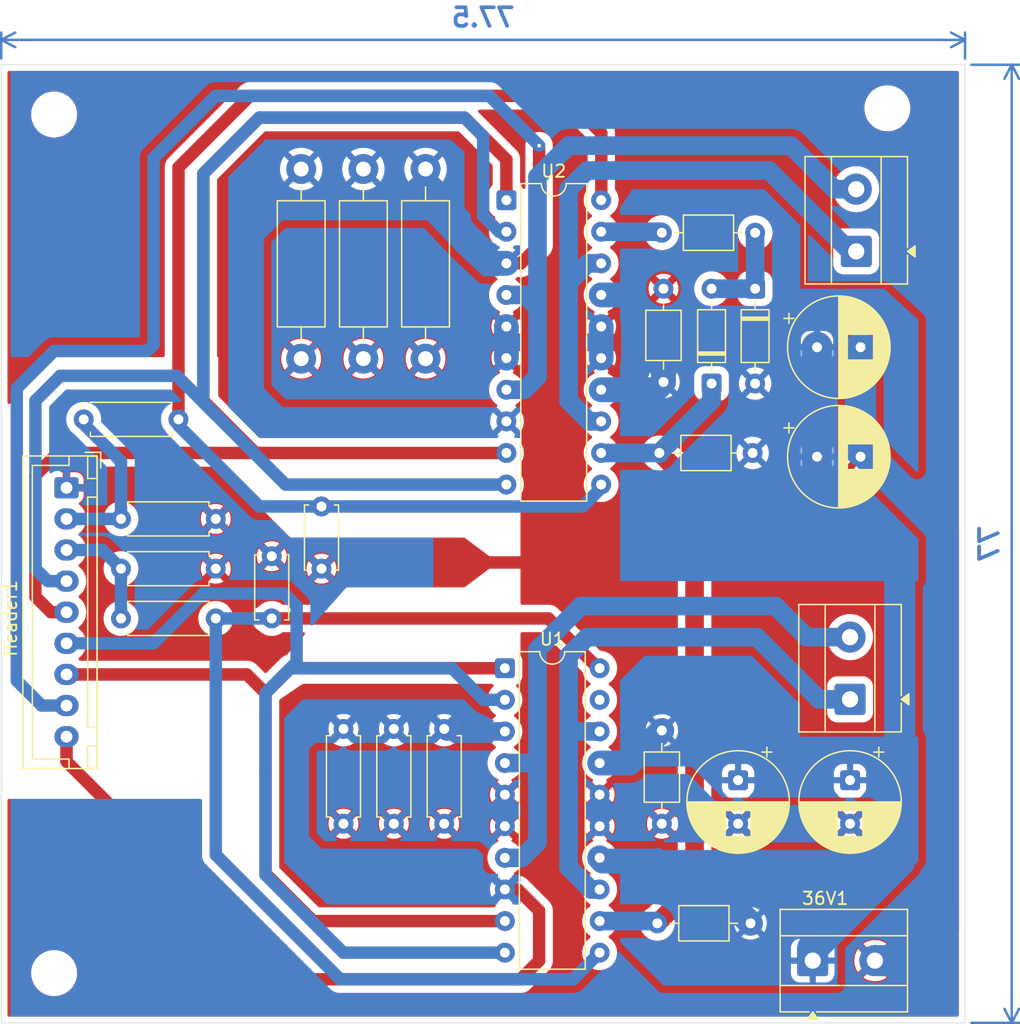
<source format=kicad_pcb>
(kicad_pcb (version 20241229) (generator "pcbnew") (generator_version "9.0")
  (layers (0 "F.Cu" signal) (2 "B.Cu" signal) (13 "F.Paste" user) (15 "B.Paste" user) (5 "F.SilkS" user "F.Silkscreen") (7 "B.SilkS" user "B.Silkscreen") (1 "F.Mask" user) (3 "B.Mask" user) (25 "Edge.Cuts" user))
  (net 0 "")
  (net 1 "36V")
  (net 2 "Net-(D1-K)")
  (net 3 "Net-(U1-ENA)")
  (net 4 "GND")
  (net 5 "Vboot")
  (net 6 "Net-(U2-ENA)")
  (net 7 "CP1")
  (net 8 "I_1EL")
  (net 9 "Net-(J2-Pin_1)")
  (net 10 "Net-(J2-Pin_2)")
  (net 11 "Net-(J3-Pin_2)")
  (net 12 "Net-(J3-Pin_1)")
  (net 13 "I_2AZ")
  (net 14 "E_EL")
  (net 15 "I_2EL")
  (net 16 "E_AZ")
  (net 17 "ISA")
  (net 18 "ISB")
  (net 19 "I_1AZ")
  (footprint "" (layer "F.Cu") (at 88 63.5)
    (property "Reference" "" (at 0 0 0) (layer "F.SilkS") (effects (font (size 1.27 1.27))))
    (property "Value" "")
    (pad "" np_thru_hole circle (at 0 0) (size 3.2 3.2) (drill 3.2) (layers "*.Cu" "*.Mask"))
  )
  (footprint "" (layer "F.Cu") (at 88 132.5)
    (property "Reference" "" (at 0 0 0) (layer "F.SilkS") (effects (font (size 1.27 1.27))))
    (property "Value" "")
    (pad "" np_thru_hole circle (at 0 0) (size 3.2 3.2) (drill 3.2) (layers "*.Cu" "*.Mask"))
  )
  (footprint "Resistor_THT:R_Axial_DIN0411_L9.9mm_D3.6mm_P15.24mm_Horizontal" (layer "F.Cu") (at 107.8675 67.88 -90)
    (property "Reference" "RS6" (hide yes))
    (property "Value" "0.27" (hide yes))
    (pad "1" thru_hole circle (at 0 0 270) (size 2.4 2.4) (drill 1.2) (layers "*.Cu" "*.Mask") (net 18 "ISB"))
    (pad "2" thru_hole circle (at 15.24 0 270) (size 2.4 2.4) (drill 1.2) (layers "*.Cu" "*.Mask") (net 4 "GND"))
  )
  (footprint "Diode_THT:D_DO-35_SOD27_P7.62mm_Horizontal" (layer "F.Cu") (at 140.8675 85.12 90)
    (property "Reference" "D2" (hide yes))
    (property "Value" "BAT85" (hide yes))
    (pad "1" thru_hole roundrect (at 0 0 90) (size 1.6 1.6) (drill 0.8) (layers "*.Cu" "*.Mask") (roundrect_rratio 0.15625) (net 5 "Vboot"))
    (pad "2" thru_hole circle (at 7.62 0 90) (size 1.6 1.6) (drill 0.8) (layers "*.Cu" "*.Mask") (net 2 "Net-(D1-K)"))
  )
  (footprint "TerminalBlock_MetzConnect:TerminalBlock_MetzConnect_Type055_RT01502HDWU_1x02_P5.00mm_Horizontal" (layer "F.Cu") (at 152.5 74.5 90)
    (property "Reference" "J3" (hide yes))
    (property "Value" "Mot_El")
    (pad "1" thru_hole roundrect (at 0 0 90) (size 2.5 2.5) (drill 1.3) (layers "*.Cu" "*.Mask") (roundrect_rratio 0.1) (net 12 "Net-(J3-Pin_1)"))
    (pad "2" thru_hole circle (at 5 0 90) (size 2.5 2.5) (drill 1.3) (layers "*.Cu" "*.Mask") (net 11 "Net-(J3-Pin_2)"))
  )
  (footprint "TerminalBlock_MetzConnect:TerminalBlock_MetzConnect_Type055_RT01502HDWU_1x02_P5.00mm_Horizontal" (layer "F.Cu") (at 152 110.5 90)
    (property "Reference" "J2" (hide yes))
    (property "Value" "Mot_Az")
    (pad "1" thru_hole roundrect (at 0 0 90) (size 2.5 2.5) (drill 1.3) (layers "*.Cu" "*.Mask") (roundrect_rratio 0.1) (net 9 "Net-(J2-Pin_1)"))
    (pad "2" thru_hole circle (at 5 0 90) (size 2.5 2.5) (drill 1.3) (layers "*.Cu" "*.Mask") (net 10 "Net-(J2-Pin_2)"))
  )
  (footprint "Capacitor_THT:C_Disc_D5.0mm_W2.5mm_P5.00mm" (layer "F.Cu") (at 109.5 95 -90)
    (property "Reference" "Ce2" (hide yes))
    (property "Value" "5.6n" (hide yes))
    (pad "1" thru_hole circle (at 0 0 270) (size 1.6 1.6) (drill 0.8) (layers "*.Cu" "*.Mask") (net 6 "Net-(U2-ENA)"))
    (pad "2" thru_hole circle (at 5 0 270) (size 1.6 1.6) (drill 0.8) (layers "*.Cu" "*.Mask") (net 4 "GND"))
  )
  (footprint "Resistor_THT:R_Axial_DIN0207_L6.3mm_D2.5mm_P7.62mm_Horizontal" (layer "F.Cu") (at 111.2675 112.88 -90)
    (property "Reference" "RS3" (hide yes))
    (property "Value" "1" (hide yes))
    (pad "1" thru_hole circle (at 0 0 270) (size 1.6 1.6) (drill 0.8) (layers "*.Cu" "*.Mask") (net 17 "ISA"))
    (pad "2" thru_hole circle (at 7.62 0 270) (size 1.6 1.6) (drill 0.8) (layers "*.Cu" "*.Mask") (net 4 "GND"))
  )
  (footprint "Diode_THT:D_DO-35_SOD27_P7.62mm_Horizontal" (layer "F.Cu") (at 144.3675 77.5 -90)
    (property "Reference" "D1" (hide yes))
    (property "Value" "BAT85" (hide yes))
    (pad "1" thru_hole roundrect (at 0 0 270) (size 1.6 1.6) (drill 0.8) (layers "*.Cu" "*.Mask") (roundrect_rratio 0.15625) (net 2 "Net-(D1-K)"))
    (pad "2" thru_hole circle (at 7.62 0 270) (size 1.6 1.6) (drill 0.8) (layers "*.Cu" "*.Mask") (net 1 "36V"))
  )
  (footprint "Resistor_THT:R_Axial_DIN0411_L9.9mm_D3.6mm_P15.24mm_Horizontal" (layer "F.Cu") (at 112.8675 67.88 -90)
    (property "Reference" "RS5" (hide yes))
    (property "Value" "0.27" (hide yes))
    (pad "1" thru_hole circle (at 0 0 270) (size 2.4 2.4) (drill 1.2) (layers "*.Cu" "*.Mask") (net 18 "ISB"))
    (pad "2" thru_hole circle (at 15.24 0 270) (size 2.4 2.4) (drill 1.2) (layers "*.Cu" "*.Mask") (net 4 "GND"))
  )
  (footprint "Capacitor_THT:C_Axial_L3.8mm_D2.6mm_P7.50mm_Horizontal" (layer "F.Cu") (at 136.8675 113 -90)
    (property "Reference" "C2" (hide yes))
    (property "Value" "100n" (hide yes))
    (pad "1" thru_hole circle (at 0 0 270) (size 1.6 1.6) (drill 0.8) (layers "*.Cu" "*.Mask") (net 1 "36V"))
    (pad "2" thru_hole circle (at 7.5 0 270) (size 1.6 1.6) (drill 0.8) (layers "*.Cu" "*.Mask") (net 4 "GND"))
  )
  (footprint "Capacitor_THT:CP_Radial_D8.0mm_P3.50mm" (layer "F.Cu") (at 149.347349 82.2)
    (property "Reference" "C4" (hide yes))
    (property "Value" "100uF" (hide yes))
    (pad "1" thru_hole roundrect (at 0 0) (size 1.6 1.6) (drill 0.8) (layers "*.Cu" "*.Mask") (roundrect_rratio 0.15625) (net 1 "36V"))
    (pad "2" thru_hole circle (at 3.5 0) (size 1.6 1.6) (drill 0.8) (layers "*.Cu" "*.Mask") (net 4 "GND"))
  )
  (footprint "Capacitor_THT:CP_Radial_D8.0mm_P3.50mm" (layer "F.Cu") (at 143 117 -90)
    (property "Reference" "C6" (hide yes))
    (property "Value" "100uF" (hide yes))
    (pad "1" thru_hole roundrect (at 0 0 270) (size 1.6 1.6) (drill 0.8) (layers "*.Cu" "*.Mask") (roundrect_rratio 0.15625) (net 1 "36V"))
    (pad "2" thru_hole circle (at 3.5 0 270) (size 1.6 1.6) (drill 0.8) (layers "*.Cu" "*.Mask") (net 4 "GND"))
  )
  (footprint "TerminalBlock_MetzConnect:TerminalBlock_MetzConnect_Type055_RT01502HDWU_1x02_P5.00mm_Horizontal" (layer "F.Cu") (at 149 131.5)
    (property "Reference" "36V1" (at 1 -5 0) (layer "F.SilkS"))
    (property "Value" "Vin" (hide yes))
    (pad "1" thru_hole roundrect (at 0 0) (size 2.5 2.5) (drill 1.3) (layers "*.Cu" "*.Mask") (roundrect_rratio 0.1) (net 1 "36V"))
    (pad "2" thru_hole circle (at 5 0) (size 2.5 2.5) (drill 1.3) (layers "*.Cu" "*.Mask") (net 4 "GND"))
  )
  (footprint "Capacitor_THT:CP_Radial_D8.0mm_P3.50mm" (layer "F.Cu") (at 152 117 -90)
    (property "Reference" "C1" (hide yes))
    (property "Value" "100uF" (hide yes))
    (pad "1" thru_hole roundrect (at 0 0 270) (size 1.6 1.6) (drill 0.8) (layers "*.Cu" "*.Mask") (roundrect_rratio 0.15625) (net 1 "36V"))
    (pad "2" thru_hole circle (at 3.5 0 270) (size 1.6 1.6) (drill 0.8) (layers "*.Cu" "*.Mask") (net 4 "GND"))
  )
  (footprint "Capacitor_THT:C_Axial_L3.8mm_D2.6mm_P7.50mm_Horizontal" (layer "F.Cu") (at 136.8675 73)
    (property "Reference" "Cp1" (hide yes))
    (property "Value" "33n" (hide yes))
    (pad "1" thru_hole circle (at 0 0) (size 1.6 1.6) (drill 0.8) (layers "*.Cu" "*.Mask") (net 7 "CP1"))
    (pad "2" thru_hole circle (at 7.5 0) (size 1.6 1.6) (drill 0.8) (layers "*.Cu" "*.Mask") (net 2 "Net-(D1-K)"))
  )
  (footprint "Capacitor_THT:CP_Radial_D8.0mm_P3.50mm" (layer "F.Cu") (at 149.347349 91)
    (property "Reference" "C5" (hide yes))
    (property "Value" "100uF" (hide yes))
    (pad "1" thru_hole roundrect (at 0 0) (size 1.6 1.6) (drill 0.8) (layers "*.Cu" "*.Mask") (roundrect_rratio 0.15625) (net 1 "36V"))
    (pad "2" thru_hole circle (at 3.5 0) (size 1.6 1.6) (drill 0.8) (layers "*.Cu" "*.Mask") (net 4 "GND"))
  )
  (footprint "Capacitor_THT:C_Axial_L3.8mm_D2.6mm_P7.50mm_Horizontal" (layer "F.Cu") (at 137 85 90)
    (property "Reference" "C3" (hide yes))
    (property "Value" "100n" (hide yes))
    (pad "1" thru_hole circle (at 0 0 90) (size 1.6 1.6) (drill 0.8) (layers "*.Cu" "*.Mask") (net 1 "36V"))
    (pad "2" thru_hole circle (at 7.5 0 90) (size 1.6 1.6) (drill 0.8) (layers "*.Cu" "*.Mask") (net 4 "GND"))
  )
  (footprint "Resistor_THT:R_Axial_DIN0411_L9.9mm_D3.6mm_P15.24mm_Horizontal" (layer "F.Cu") (at 117.8675 67.88 -90)
    (property "Reference" "RS4" (hide yes))
    (property "Value" "0.27" (hide yes))
    (pad "1" thru_hole circle (at 0 0 270) (size 2.4 2.4) (drill 1.2) (layers "*.Cu" "*.Mask") (net 18 "ISB"))
    (pad "2" thru_hole circle (at 15.24 0 270) (size 2.4 2.4) (drill 1.2) (layers "*.Cu" "*.Mask") (net 4 "GND"))
  )
  (footprint "Resistor_THT:R_Axial_DIN0207_L6.3mm_D2.5mm_P7.62mm_Horizontal" (layer "F.Cu") (at 101 104 180)
    (property "Reference" "Re1" (hide yes))
    (property "Value" "100k" (hide yes))
    (pad "1" thru_hole circle (at 0 0 180) (size 1.6 1.6) (drill 0.8) (layers "*.Cu" "*.Mask") (net 3 "Net-(U1-ENA)"))
    (pad "2" thru_hole circle (at 7.62 0 180) (size 1.6 1.6) (drill 0.8) (layers "*.Cu" "*.Mask") (net 16 "E_AZ"))
  )
  (footprint "Package_DIP:CERDIP-20_W7.62mm_SideBrazed" (layer "F.Cu") (at 124.2475 108)
    (property "Reference" "U1" (at 3.81 -2.33 0) (layer "F.SilkS"))
    (property "Value" "L6205N")
    (pad "1" thru_hole roundrect (at 0 0) (size 1.6 1.6) (drill 0.8) (layers "*.Cu" "*.Mask") (roundrect_rratio 0.15625) (net 19 "I_1AZ"))
    (pad "2" thru_hole circle (at 0 2.54) (size 1.6 1.6) (drill 0.8) (layers "*.Cu" "*.Mask") (net 13 "I_2AZ"))
    (pad "3" thru_hole circle (at 0 5.08) (size 1.6 1.6) (drill 0.8) (layers "*.Cu" "*.Mask") (net 17 "ISA"))
    (pad "4" thru_hole circle (at 0 7.62) (size 1.6 1.6) (drill 0.8) (layers "*.Cu" "*.Mask") (net 10 "Net-(J2-Pin_2)"))
    (pad "5" thru_hole circle (at 0 10.16) (size 1.6 1.6) (drill 0.8) (layers "*.Cu" "*.Mask") (net 4 "GND"))
    (pad "6" thru_hole circle (at 0 12.7) (size 1.6 1.6) (drill 0.8) (layers "*.Cu" "*.Mask") (net 4 "GND"))
    (pad "7" thru_hole circle (at 0 15.24) (size 1.6 1.6) (drill 0.8) (layers "*.Cu" "*.Mask") (net 10 "Net-(J2-Pin_2)"))
    (pad "8" thru_hole circle (at 0 17.78) (size 1.6 1.6) (drill 0.8) (layers "*.Cu" "*.Mask") (net 17 "ISA"))
    (pad "9" thru_hole circle (at 0 20.32) (size 1.6 1.6) (drill 0.8) (layers "*.Cu" "*.Mask") (net 19 "I_1AZ"))
    (pad "10" thru_hole circle (at 0 22.86) (size 1.6 1.6) (drill 0.8) (layers "*.Cu" "*.Mask") (net 13 "I_2AZ"))
    (pad "11" thru_hole circle (at 7.62 22.86) (size 1.6 1.6) (drill 0.8) (layers "*.Cu" "*.Mask") (net 3 "Net-(U1-ENA)"))
    (pad "12" thru_hole circle (at 7.62 20.32) (size 1.6 1.6) (drill 0.8) (layers "*.Cu" "*.Mask") (net 5 "Vboot"))
    (pad "13" thru_hole circle (at 7.62 17.78) (size 1.6 1.6) (drill 0.8) (layers "*.Cu" "*.Mask") (net 9 "Net-(J2-Pin_1)"))
    (pad "14" thru_hole circle (at 7.62 15.24) (size 1.6 1.6) (drill 0.8) (layers "*.Cu" "*.Mask") (net 1 "36V"))
    (pad "15" thru_hole circle (at 7.62 12.7) (size 1.6 1.6) (drill 0.8) (layers "*.Cu" "*.Mask") (net 4 "GND"))
    (pad "16" thru_hole circle (at 7.62 10.16) (size 1.6 1.6) (drill 0.8) (layers "*.Cu" "*.Mask") (net 4 "GND"))
    (pad "17" thru_hole circle (at 7.62 7.62) (size 1.6 1.6) (drill 0.8) (layers "*.Cu" "*.Mask") (net 1 "36V"))
    (pad "18" thru_hole circle (at 7.62 5.08) (size 1.6 1.6) (drill 0.8) (layers "*.Cu" "*.Mask") (net 9 "Net-(J2-Pin_1)"))
    (pad "19" thru_hole circle (at 7.62 2.54) (size 1.6 1.6) (drill 0.8) (layers "*.Cu" "*.Mask"))
    (pad "20" thru_hole circle (at 7.62 0) (size 1.6 1.6) (drill 0.8) (layers "*.Cu" "*.Mask") (net 3 "Net-(U1-ENA)"))
  )
  (footprint "Capacitor_THT:C_Axial_L3.8mm_D2.6mm_P7.50mm_Horizontal" (layer "F.Cu") (at 144 128.5 180)
    (property "Reference" "Cboot1" (hide yes))
    (property "Value" "220n" (hide yes))
    (pad "1" thru_hole circle (at 0 0 180) (size 1.6 1.6) (drill 0.8) (layers "*.Cu" "*.Mask") (net 1 "36V"))
    (pad "2" thru_hole circle (at 7.5 0 180) (size 1.6 1.6) (drill 0.8) (layers "*.Cu" "*.Mask") (net 5 "Vboot"))
  )
  (footprint "Resistor_THT:R_Axial_DIN0207_L6.3mm_D2.5mm_P7.62mm_Horizontal" (layer "F.Cu") (at 98 88 180)
    (property "Reference" "Rpd2" (hide yes))
    (property "Value" "10k" (hide yes))
    (pad "1" thru_hole circle (at 0 0 180) (size 1.6 1.6) (drill 0.8) (layers "*.Cu" "*.Mask") (net 6 "Net-(U2-ENA)"))
    (pad "2" thru_hole circle (at 7.62 0 180) (size 1.6 1.6) (drill 0.8) (layers "*.Cu" "*.Mask") (net 14 "E_EL"))
  )
  (footprint "Resistor_THT:R_Axial_DIN0207_L6.3mm_D2.5mm_P7.62mm_Horizontal" (layer "F.Cu") (at 93.38 96)
    (property "Reference" "Re2" (hide yes))
    (property "Value" "100k" (hide yes))
    (pad "1" thru_hole circle (at 0 0) (size 1.6 1.6) (drill 0.8) (layers "*.Cu" "*.Mask") (net 14 "E_EL"))
    (pad "2" thru_hole circle (at 7.62 0) (size 1.6 1.6) (drill 0.8) (layers "*.Cu" "*.Mask") (net 4 "GND"))
  )
  (footprint "Resistor_THT:R_Axial_DIN0207_L6.3mm_D2.5mm_P7.62mm_Horizontal" (layer "F.Cu") (at 115.3175 112.88 -90)
    (property "Reference" "RS2" (hide yes))
    (property "Value" "1" (hide yes))
    (pad "1" thru_hole circle (at 0 0 270) (size 1.6 1.6) (drill 0.8) (layers "*.Cu" "*.Mask") (net 17 "ISA"))
    (pad "2" thru_hole circle (at 7.62 0 270) (size 1.6 1.6) (drill 0.8) (layers "*.Cu" "*.Mask") (net 4 "GND"))
  )
  (footprint "Connector_JST:JST_XH_B9B-XH-A_1x09_P2.50mm_Vertical" (layer "F.Cu") (at 89 93.5 -90)
    (property "Reference" "Header1" (at 10.5 4.5 90) (layer "F.SilkS"))
    (property "Value" "Conn_01x09_Pin" (hide yes))
    (pad "1" thru_hole roundrect (at 0 0 270) (size 1.7 1.95) (drill 0.95) (layers "*.Cu" "*.Mask") (roundrect_rratio 0.147059) (net 4 "GND"))
    (pad "2" thru_hole oval (at 2.5 0 270) (size 1.7 1.95) (drill 0.95) (layers "*.Cu" "*.Mask") (net 14 "E_EL"))
    (pad "3" thru_hole oval (at 5 0 270) (size 1.7 1.95) (drill 0.95) (layers "*.Cu" "*.Mask") (net 16 "E_AZ"))
    (pad "4" thru_hole oval (at 7.5 0 270) (size 1.7 1.95) (drill 0.95) (layers "*.Cu" "*.Mask") (net 15 "I_2EL"))
    (pad "5" thru_hole oval (at 10 0 270) (size 1.7 1.95) (drill 0.95) (layers "*.Cu" "*.Mask") (net 8 "I_1EL"))
    (pad "6" thru_hole oval (at 12.5 0 270) (size 1.7 1.95) (drill 0.95) (layers "*.Cu" "*.Mask") (net 13 "I_2AZ"))
    (pad "7" thru_hole oval (at 15 0 270) (size 1.7 1.95) (drill 0.95) (layers "*.Cu" "*.Mask") (net 19 "I_1AZ"))
    (pad "8" thru_hole oval (at 17.5 0 270) (size 1.7 1.95) (drill 0.95) (layers "*.Cu" "*.Mask") (net 18 "ISB"))
    (pad "9" thru_hole oval (at 20 0 270) (size 1.7 1.95) (drill 0.95) (layers "*.Cu" "*.Mask") (net 17 "ISA"))
  )
  (footprint "Capacitor_THT:C_Disc_D5.0mm_W2.5mm_P5.00mm" (layer "F.Cu") (at 105.5 104 90)
    (property "Reference" "Ce1" (hide yes))
    (property "Value" "5.6n" (hide yes))
    (pad "1" thru_hole circle (at 0 0 90) (size 1.6 1.6) (drill 0.8) (layers "*.Cu" "*.Mask") (net 3 "Net-(U1-ENA)"))
    (pad "2" thru_hole circle (at 5 0 90) (size 1.6 1.6) (drill 0.8) (layers "*.Cu" "*.Mask") (net 4 "GND"))
  )
  (footprint "MountingHole:MountingHole_3.2mm_M3" (layer "F.Cu") (at 155 63)
    (property "Reference" "REF**" (hide yes))
    (property "Value" "MountingHole_3.2mm_M3" (hide yes))
    (pad "" np_thru_hole circle (at 0 0) (size 3.2 3.2) (drill 3.2) (layers "*.Cu" "*.Mask"))
  )
  (footprint "Resistor_THT:R_Axial_DIN0207_L6.3mm_D2.5mm_P7.62mm_Horizontal" (layer "F.Cu") (at 101 100 180)
    (property "Reference" "Rpd1" (hide yes))
    (property "Value" "10k" (hide yes))
    (pad "1" thru_hole circle (at 0 0 180) (size 1.6 1.6) (drill 0.8) (layers "*.Cu" "*.Mask") (net 4 "GND"))
    (pad "2" thru_hole circle (at 7.62 0 180) (size 1.6 1.6) (drill 0.8) (layers "*.Cu" "*.Mask") (net 16 "E_AZ"))
  )
  (footprint "Resistor_THT:R_Axial_DIN0207_L6.3mm_D2.5mm_P7.62mm_Horizontal" (layer "F.Cu") (at 119.3675 112.88 -90)
    (property "Reference" "RS1" (hide yes))
    (property "Value" "1" (hide yes))
    (pad "1" thru_hole circle (at 0 0 270) (size 1.6 1.6) (drill 0.8) (layers "*.Cu" "*.Mask") (net 17 "ISA"))
    (pad "2" thru_hole circle (at 7.62 0 270) (size 1.6 1.6) (drill 0.8) (layers "*.Cu" "*.Mask") (net 4 "GND"))
  )
  (footprint "Package_DIP:CERDIP-20_W7.62mm_SideBrazed" (layer "F.Cu") (at 124.3675 70.38)
    (property "Reference" "U2" (at 3.81 -2.33 0) (layer "F.SilkS"))
    (property "Value" "L6205N")
    (pad "1" thru_hole roundrect (at 0 0) (size 1.6 1.6) (drill 0.8) (layers "*.Cu" "*.Mask") (roundrect_rratio 0.15625) (net 8 "I_1EL"))
    (pad "2" thru_hole circle (at 0 2.54) (size 1.6 1.6) (drill 0.8) (layers "*.Cu" "*.Mask") (net 15 "I_2EL"))
    (pad "3" thru_hole circle (at 0 5.08) (size 1.6 1.6) (drill 0.8) (layers "*.Cu" "*.Mask") (net 18 "ISB"))
    (pad "4" thru_hole circle (at 0 7.62) (size 1.6 1.6) (drill 0.8) (layers "*.Cu" "*.Mask") (net 11 "Net-(J3-Pin_2)"))
    (pad "5" thru_hole circle (at 0 10.16) (size 1.6 1.6) (drill 0.8) (layers "*.Cu" "*.Mask") (net 4 "GND"))
    (pad "6" thru_hole circle (at 0 12.7) (size 1.6 1.6) (drill 0.8) (layers "*.Cu" "*.Mask") (net 4 "GND"))
    (pad "7" thru_hole circle (at 0 15.24) (size 1.6 1.6) (drill 0.8) (layers "*.Cu" "*.Mask") (net 11 "Net-(J3-Pin_2)"))
    (pad "8" thru_hole circle (at 0 17.78) (size 1.6 1.6) (drill 0.8) (layers "*.Cu" "*.Mask") (net 18 "ISB"))
    (pad "9" thru_hole circle (at 0 20.32) (size 1.6 1.6) (drill 0.8) (layers "*.Cu" "*.Mask") (net 8 "I_1EL"))
    (pad "10" thru_hole circle (at 0 22.86) (size 1.6 1.6) (drill 0.8) (layers "*.Cu" "*.Mask") (net 15 "I_2EL"))
    (pad "11" thru_hole circle (at 7.62 22.86) (size 1.6 1.6) (drill 0.8) (layers "*.Cu" "*.Mask") (net 6 "Net-(U2-ENA)"))
    (pad "12" thru_hole circle (at 7.62 20.32) (size 1.6 1.6) (drill 0.8) (layers "*.Cu" "*.Mask") (net 5 "Vboot"))
    (pad "13" thru_hole circle (at 7.62 17.78) (size 1.6 1.6) (drill 0.8) (layers "*.Cu" "*.Mask") (net 12 "Net-(J3-Pin_1)"))
    (pad "14" thru_hole circle (at 7.62 15.24) (size 1.6 1.6) (drill 0.8) (layers "*.Cu" "*.Mask") (net 1 "36V"))
    (pad "15" thru_hole circle (at 7.62 12.7) (size 1.6 1.6) (drill 0.8) (layers "*.Cu" "*.Mask") (net 4 "GND"))
    (pad "16" thru_hole circle (at 7.62 10.16) (size 1.6 1.6) (drill 0.8) (layers "*.Cu" "*.Mask") (net 4 "GND"))
    (pad "17" thru_hole circle (at 7.62 7.62) (size 1.6 1.6) (drill 0.8) (layers "*.Cu" "*.Mask") (net 1 "36V"))
    (pad "18" thru_hole circle (at 7.62 5.08) (size 1.6 1.6) (drill 0.8) (layers "*.Cu" "*.Mask") (net 12 "Net-(J3-Pin_1)"))
    (pad "19" thru_hole circle (at 7.62 2.54) (size 1.6 1.6) (drill 0.8) (layers "*.Cu" "*.Mask") (net 7 "CP1"))
    (pad "20" thru_hole circle (at 7.62 0) (size 1.6 1.6) (drill 0.8) (layers "*.Cu" "*.Mask") (net 6 "Net-(U2-ENA)"))
  )
  (footprint "Capacitor_THT:C_Axial_L3.8mm_D2.6mm_P7.50mm_Horizontal" (layer "F.Cu") (at 144.1675 90.7 180)
    (property "Reference" "Cboot2" (hide yes))
    (property "Value" "220n" (hide yes))
    (pad "1" thru_hole circle (at 0 0 180) (size 1.6 1.6) (drill 0.8) (layers "*.Cu" "*.Mask") (net 1 "36V"))
    (pad "2" thru_hole circle (at 7.5 0 180) (size 1.6 1.6) (drill 0.8) (layers "*.Cu" "*.Mask") (net 5 "Vboot"))
  )
  (gr_rect (start 83.75 59.5) (end 161.25 136.5) (stroke (width 0.05)) (fill no) (layer "Edge.Cuts"))
  (dimension (type orthogonal) (layer "B.Cu") (pts (xy 83.75 59.5) (xy 161.25 59.5)) (height -2) (orientation 0) (format (prefix "") (suffix "") (units 3) (units_format 0) (precision 4) (suppress_zeroes yes)) (style (thickness 0.2) (arrow_length 1.27) (text_position_mode 0) (arrow_direction outward) (extension_height 0.58642) (extension_offset 0.5) (keep_text_aligned yes)) (gr_text "77,5" (at 122.5 55.7 0) (layer "B.Cu") (effects (font (size 1.5 1.5) (thickness 0.3)) (justify mirror))))
  (dimension (type orthogonal) (layer "B.Cu") (pts (xy 161.25 59.5) (xy 161.25 136.5)) (height 3.75) (orientation 1) (format (prefix "") (suffix "") (units 3) (units_format 0) (precision 4) (suppress_zeroes yes)) (style (thickness 0.2) (arrow_length 1.27) (text_position_mode 0) (arrow_direction outward) (extension_height 0.58642) (extension_offset 0.5) (keep_text_aligned yes)) (gr_text "77" (at 163.2 98 90) (layer "B.Cu") (effects (font (size 1.5 1.5) (thickness 0.3)) (justify mirror))))
  (segment (start 136.5 123.5) (end 138 125) (width 2) (layer "B.Cu") (net 1))
  (segment (start 131.9875 78) (end 134 78) (width 2) (layer "B.Cu") (net 1))
  (segment (start 131.8675 115.62) (end 134.2475 115.62) (width 2) (layer "B.Cu") (net 1))
  (segment (start 138 125) (end 140.5 125) (width 2) (layer "B.Cu") (net 1))
  (segment (start 156 99.5) (end 149.347349 92.847349) (width 2.5) (layer "B.Cu") (net 1))
  (segment (start 149 130.5) (end 156 123.5) (width 2.5) (layer "B.Cu") (net 1))
  (segment (start 149 131.5) (end 149 130.5) (width 2.5) (layer "B.Cu") (net 1))
  (segment (start 131.9875 85.62) (end 136.38 85.62) (width 2) (layer "B.Cu") (net 1))
  (segment (start 136.38 85.62) (end 137 85) (width 2) (layer "B.Cu") (net 1))
  (segment (start 137 81) (end 137 85) (width 2) (layer "B.Cu") (net 1))
  (segment (start 140.5 125) (end 144 128.5) (width 2) (layer "B.Cu") (net 1))
  (segment (start 156 123.5) (end 156 99.5) (width 2.5) (layer "B.Cu") (net 1))
  (segment (start 132.1275 123.5) (end 136.5 123.5) (width 2) (layer "B.Cu") (net 1))
  (segment (start 149.347349 92.847349) (end 149.347349 82.2) (width 2.5) (layer "B.Cu") (net 1))
  (segment (start 134 78) (end 137 81) (width 2) (layer "B.Cu") (net 1))
  (segment (start 131.8675 123.24) (end 132.1275 123.5) (width 2) (layer "B.Cu") (net 1))
  (segment (start 134.2475 115.62) (end 136.8675 113) (width 2) (layer "B.Cu") (net 1))
  (segment (start 144.3675 77.5) (end 140.8675 77.5) (width 1.5) (layer "B.Cu") (net 2))
  (segment (start 144.3675 73) (end 144.3675 77.5) (width 1.5) (layer "B.Cu") (net 2))
  (segment (start 105.5 104) (end 105 104) (width 1) (layer "F.Cu") (net 3))
  (segment (start 127.75 104) (end 105.5 104) (width 1) (layer "F.Cu") (net 3))
  (segment (start 131.75 108) (end 127.75 104) (width 1) (layer "F.Cu") (net 3))
  (segment (start 131.8675 108) (end 131.75 108) (width 1) (layer "F.Cu") (net 3))
  (segment (start 131.8675 130.86) (end 129.7275 133) (width 1) (layer "B.Cu") (net 3))
  (segment (start 129.7275 133) (end 111 133) (width 1) (layer "B.Cu") (net 3))
  (segment (start 111 133) (end 101 123) (width 1) (layer "B.Cu") (net 3))
  (segment (start 101 104) (end 105.5 104) (width 1) (layer "B.Cu") (net 3))
  (segment (start 101 123) (end 101 104) (width 1) (layer "B.Cu") (net 3))
  (segment (start 124.46 83.12) (end 124.5 83.08) (width 0.2) (layer "F.Cu") (net 4))
  (segment (start 118.12 83) (end 118 83.12) (width 0.2) (layer "F.Cu") (net 4))
  (segment (start 159.499 96.999) (end 159.499 127.499) (width 2.5) (layer "B.Cu") (net 4))
  (segment (start 124.2475 118.16) (end 124.2475 120.7) (width 1.5) (layer "B.Cu") (net 4))
  (segment (start 124.3675 83.08) (end 124.3675 80.54) (width 2) (layer "B.Cu") (net 4))
  (segment (start 159.499 127.499) (end 159.5 127.5) (width 2) (layer "B.Cu") (net 4))
  (segment (start 131.8675 118.16) (end 131.8675 120.7) (width 1.5) (layer "B.Cu") (net 4))
  (segment (start 159.5 127.5) (end 159.5 129) (width 2.5) (layer "B.Cu") (net 4))
  (segment (start 159.5 129) (end 157 131.5) (width 2.5) (layer "B.Cu") (net 4))
  (segment (start 124.3275 83.12) (end 124.3675 83.08) (width 0.2) (layer "B.Cu") (net 4))
  (segment (start 124.0875 118) (end 124.2475 118.16) (width 1) (layer "B.Cu") (net 4))
  (segment (start 152.847349 90.5) (end 152.847349 82.2) (width 2.5) (layer "B.Cu") (net 4))
  (segment (start 153 90.5) (end 159.499 96.999) (width 2.5) (layer "B.Cu") (net 4))
  (segment (start 131.9875 80.54) (end 131.9875 83.08) (width 2) (layer "B.Cu") (net 4))
  (segment (start 152.847349 90.5) (end 153 90.5) (width 2) (layer "B.Cu") (net 4))
  (segment (start 157 131.5) (end 154 131.5) (width 2.5) (layer "B.Cu") (net 4))
  (segment (start 136.7 90.7) (end 136.6675 90.7) (width 1.5) (layer "F.Cu") (net 5))
  (segment (start 136.5 128.5) (end 139.5 125.5) (width 1.5) (layer "F.Cu") (net 5))
  (segment (start 139.5 125.5) (end 139.5 93.5) (width 1.5) (layer "F.Cu") (net 5))
  (segment (start 139.5 93.5) (end 136.7 90.7) (width 1.5) (layer "F.Cu") (net 5))
  (segment (start 136.32 128.32) (end 136.5 128.5) (width 1.5) (layer "B.Cu") (net 5))
  (segment (start 131.9875 90.7) (end 136.6675 90.7) (width 1.5) (layer "B.Cu") (net 5))
  (segment (start 136.6675 90.7) (end 140.8675 86.5) (width 1.5) (layer "B.Cu") (net 5))
  (segment (start 131.8675 128.32) (end 136.32 128.32) (width 1.5) (layer "B.Cu") (net 5))
  (segment (start 140.8675 86.5) (end 140.8675 85.12) (width 1.5) (layer "B.Cu") (net 5))
  (segment (start 132.12 70.38) (end 132 70.26) (width 1) (layer "F.Cu") (net 6))
  (segment (start 132 70.26) (end 132 65) (width 1) (layer "F.Cu") (net 6))
  (segment (start 103.75 62) (end 98 67.75) (width 1) (layer "F.Cu") (net 6))
  (segment (start 129 62) (end 103.75 62) (width 1) (layer "F.Cu") (net 6))
  (segment (start 132 65) (end 129 62) (width 1) (layer "F.Cu") (net 6))
  (segment (start 98 67.75) (end 98 88) (width 1) (layer "F.Cu") (net 6))
  (segment (start 98 88.5) (end 104.5 95) (width 1) (layer "B.Cu") (net 6))
  (segment (start 104.5 95) (end 130.5 95) (width 1) (layer "B.Cu") (net 6))
  (segment (start 131.9875 93.5125) (end 131.9875 93.24) (width 1) (layer "B.Cu") (net 6))
  (segment (start 130.5 95) (end 131.9875 93.5125) (width 1) (layer "B.Cu") (net 6))
  (segment (start 136.7875 72.92) (end 136.8675 73) (width 0.2) (layer "B.Cu") (net 7))
  (segment (start 131.9875 72.92) (end 136.7875 72.92) (width 1.5) (layer "B.Cu") (net 7))
  (segment (start 88.3 90.7) (end 104.2 90.7) (width 1) (layer "F.Cu") (net 8))
  (segment (start 86.5 92.5) (end 88.3 90.7) (width 1) (layer "F.Cu") (net 8))
  (segment (start 104.2 90.7) (end 124.3675 90.7) (width 1) (layer "F.Cu") (net 8))
  (segment (start 89 103.5) (end 87.75 103.5) (width 1) (layer "F.Cu") (net 8))
  (segment (start 87.75 103.5) (end 86.5 102.25) (width 1) (layer "F.Cu") (net 8))
  (segment (start 121 63.75) (end 104.5 63.75) (width 1) (layer "F.Cu") (net 8))
  (segment (start 124.3675 70.38) (end 124.3675 67.1175) (width 1) (layer "F.Cu") (net 8))
  (segment (start 86.5 102.25) (end 86.5 92.5) (width 1) (layer "F.Cu") (net 8))
  (segment (start 104.5 63.75) (end 100 68.25) (width 1) (layer "F.Cu") (net 8))
  (segment (start 100 68.25) (end 100 86.5) (width 1) (layer "F.Cu") (net 8))
  (segment (start 124.3675 67.1175) (end 121 63.75) (width 1) (layer "F.Cu") (net 8))
  (segment (start 100 86.5) (end 104.2 90.7) (width 1) (layer "F.Cu") (net 8))
  (segment (start 144.5 105.5) (end 130.8675 105.5) (width 1.5) (layer "B.Cu") (net 9))
  (segment (start 131.8675 113.08) (end 129.3675 113.08) (width 1.5) (layer "B.Cu") (net 9))
  (segment (start 129.3675 107) (end 129.3675 115) (width 1.5) (layer "B.Cu") (net 9))
  (segment (start 130.8675 105.5) (end 129.3675 107) (width 1.5) (layer "B.Cu") (net 9))
  (segment (start 129.3675 115) (end 129.3675 124) (width 1.5) (layer "B.Cu") (net 9))
  (segment (start 149.5 110.5) (end 144.5 105.5) (width 1.5) (layer "B.Cu") (net 9))
  (segment (start 129.3675 124) (end 131.1475 125.78) (width 1.5) (layer "B.Cu") (net 9))
  (segment (start 131.1475 125.78) (end 131.8675 125.78) (width 1.5) (layer "B.Cu") (net 9))
  (segment (start 129.3675 113.08) (end 129.3675 115) (width 1.5) (layer "B.Cu") (net 9))
  (segment (start 152.5 110.5) (end 149.5 110.5) (width 1.5) (layer "B.Cu") (net 9))
  (segment (start 130.363922 103.003578) (end 126.8675 106.5) (width 1.5) (layer "B.Cu") (net 10))
  (segment (start 124.2475 123.24) (end 125.6275 123.24) (width 1.5) (layer "B.Cu") (net 10))
  (segment (start 152 105.5) (end 148.5 105.5) (width 1.5) (layer "B.Cu") (net 10))
  (segment (start 126.8675 115.62) (end 124.2475 115.62) (width 1.5) (layer "B.Cu") (net 10))
  (segment (start 125.6275 123.24) (end 126.8675 122) (width 1.5) (layer "B.Cu") (net 10))
  (segment (start 148.5 105.5) (end 146.003578 103.003578) (width 1.5) (layer "B.Cu") (net 10))
  (segment (start 126.8675 117) (end 126.8675 115.62) (width 1.5) (layer "B.Cu") (net 10))
  (segment (start 126.8675 122) (end 126.8675 117) (width 1.5) (layer "B.Cu") (net 10))
  (segment (start 126.8675 106.5) (end 126.8675 117) (width 1.5) (layer "B.Cu") (net 10))
  (segment (start 146.003578 103.003578) (end 130.363922 103.003578) (width 1.5) (layer "B.Cu") (net 10))
  (segment (start 126.8675 79) (end 126.8675 68.5) (width 1.5) (layer "B.Cu") (net 11))
  (segment (start 150.75 69.5) (end 152.5 69.5) (width 1.5) (layer "B.Cu") (net 11))
  (segment (start 129.3675 66) (end 147.25 66) (width 1.5) (layer "B.Cu") (net 11))
  (segment (start 126.8675 68.5) (end 129.3675 66) (width 1.5) (layer "B.Cu") (net 11))
  (segment (start 126.8675 79) (end 126.8675 84.56) (width 1.5) (layer "B.Cu") (net 11))
  (segment (start 125.8675 78) (end 126.8675 79) (width 1.5) (layer "B.Cu") (net 11))
  (segment (start 126.8675 84.56) (end 125.8075 85.62) (width 1.5) (layer "B.Cu") (net 11))
  (segment (start 147.25 66) (end 150.75 69.5) (width 1.5) (layer "B.Cu") (net 11))
  (segment (start 125.8075 85.62) (end 124.3675 85.62) (width 1.5) (layer "B.Cu") (net 11))
  (segment (start 124.3675 78) (end 125.8675 78) (width 1.5) (layer "B.Cu") (net 11))
  (segment (start 131.9875 75.46) (end 130.9075 75.46) (width 1.5) (layer "B.Cu") (net 12))
  (segment (start 130.8675 68) (end 145.5 68) (width 1.5) (layer "B.Cu") (net 12))
  (segment (start 129.3675 77) (end 129.3675 86.5) (width 1.5) (layer "B.Cu") (net 12))
  (segment (start 129.3675 77) (end 129.3675 69.5) (width 1.5) (layer "B.Cu") (net 12))
  (segment (start 131.0275 88.16) (end 131.9875 88.16) (width 1.5) (layer "B.Cu") (net 12))
  (segment (start 130.9075 75.46) (end 129.3675 77) (width 1.5) (layer "B.Cu") (net 12))
  (segment (start 129.3675 86.5) (end 131.0275 88.16) (width 1.5) (layer "B.Cu") (net 12))
  (segment (start 152 74.5) (end 152.5 74.5) (width 1.5) (layer "B.Cu") (net 12))
  (segment (start 129.3675 69.5) (end 130.8675 68) (width 1.5) (layer "B.Cu") (net 12))
  (segment (start 145.5 68) (end 152 74.5) (width 1.5) (layer "B.Cu") (net 12))
  (segment (start 89 106) (end 96 106) (width 1) (layer "B.Cu") (net 13))
  (segment (start 105 124.61) (end 111.25 130.86) (width 1) (layer "B.Cu") (net 13))
  (segment (start 105 110) (end 105 124.61) (width 1) (layer "B.Cu") (net 13))
  (segment (start 96 106) (end 100 102) (width 1) (layer "B.Cu") (net 13))
  (segment (start 120 108) (end 107.5 108) (width 1) (layer "B.Cu") (net 13))
  (segment (start 107.5 107.5) (end 105 110) (width 1) (layer "B.Cu") (net 13))
  (segment (start 106.5 102) (end 107.5 103) (width 1) (layer "B.Cu") (net 13))
  (segment (start 122.54 110.54) (end 120 108) (width 1) (layer "B.Cu") (net 13))
  (segment (start 111.25 130.86) (end 124.2475 130.86) (width 1) (layer "B.Cu") (net 13))
  (segment (start 100 102) (end 106.5 102) (width 1) (layer "B.Cu") (net 13))
  (segment (start 107.5 103) (end 107.5 107.5) (width 1) (layer "B.Cu") (net 13))
  (segment (start 124.2475 110.54) (end 122.54 110.54) (width 1) (layer "B.Cu") (net 13))
  (segment (start 89 96) (end 93.38 96) (width 1) (layer "B.Cu") (net 14))
  (segment (start 93.38 96) (end 93.38 91.38) (width 1) (layer "B.Cu") (net 14))
  (segment (start 93.38 91.38) (end 90.38 88.38) (width 1) (layer "B.Cu") (net 14))
  (segment (start 123.7875 72.92) (end 122.5 71.6325) (width 1) (layer "B.Cu") (net 15))
  (segment (start 104.5 63.75) (end 100 68.25) (width 1) (layer "B.Cu") (net 15))
  (segment (start 122.5 71.6325) (end 122.5 65.25) (width 1) (layer "B.Cu") (net 15))
  (segment (start 86.5 86.5) (end 88.5 84.5) (width 1) (layer "B.Cu") (net 15))
  (segment (start 124.3675 72.92) (end 123.7875 72.92) (width 1) (layer "B.Cu") (net 15))
  (segment (start 86.5 100) (end 86.5 86.5) (width 1) (layer "B.Cu") (net 15))
  (segment (start 122.5 65.25) (end 121 63.75) (width 1) (layer "B.Cu") (net 15))
  (segment (start 121 63.75) (end 104.5 63.75) (width 1) (layer "B.Cu") (net 15))
  (segment (start 100.8675 87.5) (end 106.6075 93.24) (width 1) (layer "B.Cu") (net 15))
  (segment (start 87.5 101) (end 86.5 100) (width 1) (layer "B.Cu") (net 15))
  (segment (start 106.6075 93.24) (end 124.3675 93.24) (width 1) (layer "B.Cu") (net 15))
  (segment (start 100 86.6325) (end 100.8675 87.5) (width 1) (layer "B.Cu") (net 15))
  (segment (start 89 101) (end 87.5 101) (width 1) (layer "B.Cu") (net 15))
  (segment (start 100 68.25) (end 100 86.6325) (width 1) (layer "B.Cu") (net 15))
  (segment (start 97.8675 84.5) (end 100.8675 87.5) (width 1) (layer "B.Cu") (net 15))
  (segment (start 88.5 84.5) (end 97.8675 84.5) (width 1) (layer "B.Cu") (net 15))
  (segment (start 89 98.5) (end 91.88 98.5) (width 1) (layer "B.Cu") (net 16))
  (segment (start 93.38 100) (end 93.38 104) (width 1) (layer "B.Cu") (net 16))
  (segment (start 91.88 98.5) (end 93.38 100) (width 1) (layer "B.Cu") (net 16))
  (segment (start 125.28 125.78) (end 124.2475 125.78) (width 1) (layer "F.Cu") (net 17))
  (segment (start 89 115.5) (end 106.5 133) (width 1) (layer "F.Cu") (net 17))
  (segment (start 106.5 133) (end 125.5 133) (width 1) (layer "F.Cu") (net 17))
  (segment (start 127 127.5) (end 125.28 125.78) (width 1) (layer "F.Cu") (net 17))
  (segment (start 89 113.5) (end 89 115.5) (width 1) (layer "F.Cu") (net 17))
  (segment (start 125.5 133) (end 127 131.5) (width 1) (layer "F.Cu") (net 17))
  (segment (start 127 131.5) (end 127 127.5) (width 1) (layer "F.Cu") (net 17))
  (segment (start 119.5675 113.08) (end 119.3675 112.88) (width 1.5) (layer "B.Cu") (net 17))
  (segment (start 124.2475 113.08) (end 119.5675 113.08) (width 1.5) (layer "B.Cu") (net 17))
  (segment (start 125.54 75.46) (end 124.3675 75.46) (width 1) (layer "F.Cu") (net 18))
  (segment (start 127 66) (end 127 74) (width 1) (layer "F.Cu") (net 18))
  (segment (start 127 74) (end 125.54 75.46) (width 1) (layer "F.Cu") (net 18))
  (segment (start 118 67.88) (end 118 68.88) (width 0.2) (layer "F.Cu") (net 18))
  (via (at 127 66) (size 0.6) (drill 0.3) (layers "F.Cu" "B.Cu") (net 18))
  (segment (start 85 109) (end 87 111) (width 1) (layer "B.Cu") (net 18))
  (segment (start 123 62) (end 101 62) (width 1) (layer "B.Cu") (net 18))
  (segment (start 87 111) (end 89 111) (width 1) (layer "B.Cu") (net 18))
  (segment (start 117.8675 70.3675) (end 117.8675 67.88) (width 2) (layer "B.Cu") (net 18))
  (segment (start 95.5 82.5) (end 88 82.5) (width 1) (layer "B.Cu") (net 18))
  (segment (start 96 82) (end 95.5 82.5) (width 1) (layer "B.Cu") (net 18))
  (segment (start 85 85.5) (end 85 109) (width 1) (layer "B.Cu") (net 18))
  (segment (start 96 67) (end 96 82) (width 1) (layer "B.Cu") (net 18))
  (segment (start 127 66) (end 123 62) (width 1) (layer "B.Cu") (net 18))
  (segment (start 101 62) (end 96 67) (width 1) (layer "B.Cu") (net 18))
  (segment (start 122.96 75.46) (end 117.8675 70.3675) (width 2) (layer "B.Cu") (net 18))
  (segment (start 124.3675 75.46) (end 122.96 75.46) (width 2) (layer "B.Cu") (net 18))
  (segment (start 88 82.5) (end 85 85.5) (width 1) (layer "B.Cu") (net 18))
  (segment (start 107 108) (end 105 110) (width 1) (layer "F.Cu") (net 19))
  (segment (start 89 108.5) (end 103.5 108.5) (width 1) (layer "F.Cu") (net 19))
  (segment (start 105 116.5) (end 105 124.5) (width 1) (layer "F.Cu") (net 19))
  (segment (start 105 112) (end 105 116.5) (width 1) (layer "F.Cu") (net 19))
  (segment (start 105 124.5) (end 108.82 128.32) (width 1) (layer "F.Cu") (net 19))
  (segment (start 103.5 108.5) (end 105 110) (width 1) (layer "F.Cu") (net 19))
  (segment (start 124.2475 108) (end 107 108) (width 1) (layer "F.Cu") (net 19))
  (segment (start 108.82 128.32) (end 124.2475 128.32) (width 1) (layer "F.Cu") (net 19))
  (segment (start 105 110) (end 105 112) (width 1) (layer "F.Cu") (net 19))
  (zone (net 4) (net_name "GND") (layer "F.Cu") (priority 7) (connect_pads (clearance 0.6)) (min_thickness 0.25) (fill yes (thermal_gap 0.4) (thermal_bridge_width 0.6))
    (polygon (pts (xy 161 60) (xy 84 60) (xy 84 83) (xy 84 87.2) (xy 88.2 83) (xy 101.2 83) (xy 101.2 86.2) (xy 104.5 89.5) (xy 125.5 89.5) (xy 125.5 99) (xy 123 99) (xy 121 97.5) (xy 107 97.5) (xy 99 89.5) (xy 99 85) (xy 87.75 85) (xy 84 88.75) (xy 84 117) (xy 104 117) (xy 104 110) (xy 111.5 101.5) (xy 121 101.5) (xy 123 100) (xy 125.5 100) (xy 125.5 109.25) (xy 108 109.25) (xy 106 110.6) (xy 106 118.5) (xy 84 118.5) (xy 84 136) (xy 161 136)))
  )
  (zone (net 4) (net_name "GND") (layer "B.Cu") (priority 11) (connect_pads (clearance 0.6)) (min_thickness 0.25) (fill yes (thermal_gap 0.5) (thermal_bridge_width 0.5))
    (polygon (pts (xy 84 88.75) (xy 87.75 85) (xy 99 85) (xy 99 89.5) (xy 107 97.5) (xy 118.5 97.5) (xy 118.5 101.5) (xy 111.5 101.5) (xy 104 110) (xy 104 117) (xy 84 117)))
  )
  (zone (net 1) (net_name "36V") (layer "B.Cu") (priority 9) (connect_pads (clearance 0.6)) (min_thickness 0.25) (fill yes (thermal_gap 0.5) (thermal_bridge_width 0.5))
    (polygon (pts (xy 133.5 109) (xy 135.5 107) (xy 145 107) (xy 148 110) (xy 148 113.5) (xy 157.5 113.5) (xy 157.5 123.5) (xy 151 130) (xy 151 133.5) (xy 137 133.5) (xy 133.5 130)))
  )
  (zone (net 4) (net_name "GND") (layer "B.Cu") (priority 9) (connect_pads (clearance 0.6)) (min_thickness 0.25) (fill yes (thermal_gap 0.5) (thermal_bridge_width 0.5))
    (polygon (pts (xy 130.5 116.5) (xy 139 116.5) (xy 140.5 118) (xy 141.5 119) (xy 153.5 119) (xy 154 119.5) (xy 154 121.5) (xy 153.5 122) (xy 130.5 122)))
  )
  (zone (net 18) (net_name "ISB") (layer "B.Cu") (priority 9) (connect_pads (clearance 0.5)) (min_thickness 0.25) (fill yes (thermal_gap 0.5) (thermal_bridge_width 0.5))
    (polygon (pts (xy 124.8675 76.5) (xy 125.5 76.5) (xy 125.5 75) (xy 125.5 74) (xy 124 74) (xy 121 71) (xy 121 66.5) (xy 119.8675 65.5) (xy 105 65.5) (xy 102 68.5) (xy 102 87) (xy 104.5 89.5) (xy 125.5 89.5) (xy 125.5 88.5) (xy 125.5 87.5) (xy 125.5 87) (xy 106.3675 87) (xy 104.8675 85.5) (xy 104.8675 73.5) (xy 106.3675 72) (xy 118 72) (xy 120.3675 74.5) (xy 122.5 76.5)))
  )
  (zone (net 17) (net_name "ISA") (layer "B.Cu") (priority 12) (connect_pads (clearance 0.6)) (min_thickness 0.25) (fill yes (thermal_gap 0.4) (thermal_bridge_width 0.65))
    (polygon (pts (xy 124 114) (xy 124 112.5) (xy 122 111.5) (xy 121 110.5) (xy 108 110.5) (xy 106.5 112) (xy 106.5 123.625) (xy 110 127) (xy 125.5 127) (xy 125.5 124.5) (xy 122.875 124.5) (xy 122.5 124.125) (xy 122.5 123) (xy 122 122.5) (xy 109.5 122.5) (xy 108.5 121.5) (xy 108.5 114.5) (xy 109 114)))
  )
  (zone (net 4) (net_name "GND") (layer "B.Cu") (priority 8) (connect_pads (clearance 0.6)) (min_thickness 0.25) (fill yes (thermal_gap 0.5) (thermal_bridge_width 0.5))
    (polygon (pts (xy 105.5 118.5) (xy 84.5 118.5) (xy 84.5 136) (xy 161 136) (xy 161 60) (xy 84.5 60) (xy 84.5 83) (xy 101 83) (xy 101 89) (xy 107.5 96) (xy 126 96) (xy 126 107) (xy 108.75 107) (xy 105.5 110.5)))
  )
  (zone (net 1) (net_name "36V") (layer "B.Cu") (priority 12) (connect_pads (clearance 0.6)) (min_thickness 0.25) (fill yes (thermal_gap 0.5) (thermal_bridge_width 0.5))
    (polygon (pts (xy 133.5 71) (xy 134.5 69.5) (xy 147 69.5) (xy 148 70.5) (xy 148 73.5) (xy 148 77.5) (xy 154.75 77.5) (xy 157.5 80) (xy 157.5 101) (xy 133.5 101)))
  )
)
</source>
